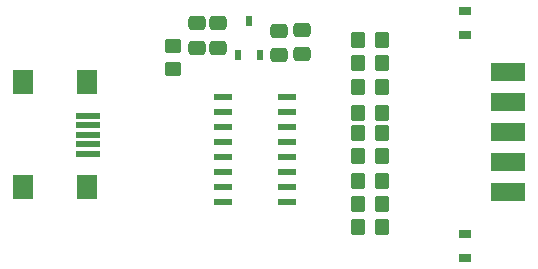
<source format=gbr>
%TF.GenerationSoftware,KiCad,Pcbnew,9.0.6*%
%TF.CreationDate,2025-12-15T15:35:09+00:00*%
%TF.ProjectId,_2 Blaster,a3322042-6c61-4737-9465-722e6b696361,rev?*%
%TF.SameCoordinates,Original*%
%TF.FileFunction,Paste,Top*%
%TF.FilePolarity,Positive*%
%FSLAX46Y46*%
G04 Gerber Fmt 4.6, Leading zero omitted, Abs format (unit mm)*
G04 Created by KiCad (PCBNEW 9.0.6) date 2025-12-15 15:35:09*
%MOMM*%
%LPD*%
G01*
G04 APERTURE LIST*
G04 Aperture macros list*
%AMRoundRect*
0 Rectangle with rounded corners*
0 $1 Rounding radius*
0 $2 $3 $4 $5 $6 $7 $8 $9 X,Y pos of 4 corners*
0 Add a 4 corners polygon primitive as box body*
4,1,4,$2,$3,$4,$5,$6,$7,$8,$9,$2,$3,0*
0 Add four circle primitives for the rounded corners*
1,1,$1+$1,$2,$3*
1,1,$1+$1,$4,$5*
1,1,$1+$1,$6,$7*
1,1,$1+$1,$8,$9*
0 Add four rect primitives between the rounded corners*
20,1,$1+$1,$2,$3,$4,$5,0*
20,1,$1+$1,$4,$5,$6,$7,0*
20,1,$1+$1,$6,$7,$8,$9,0*
20,1,$1+$1,$8,$9,$2,$3,0*%
G04 Aperture macros list end*
%ADD10RoundRect,0.250000X0.475000X-0.337500X0.475000X0.337500X-0.475000X0.337500X-0.475000X-0.337500X0*%
%ADD11RoundRect,0.250000X-0.350000X-0.450000X0.350000X-0.450000X0.350000X0.450000X-0.350000X0.450000X0*%
%ADD12R,1.000000X0.800000*%
%ADD13R,3.000000X1.524000*%
%ADD14R,1.500000X0.600000*%
%ADD15RoundRect,0.250000X0.450000X-0.350000X0.450000X0.350000X-0.450000X0.350000X-0.450000X-0.350000X0*%
%ADD16RoundRect,0.250000X-0.475000X0.337500X-0.475000X-0.337500X0.475000X-0.337500X0.475000X0.337500X0*%
%ADD17R,0.600000X0.900000*%
%ADD18R,2.000000X0.500000*%
%ADD19R,1.700000X2.000000*%
G04 APERTURE END LIST*
D10*
%TO.C,C5*%
X114233325Y-88096000D03*
X114233325Y-86021000D03*
%TD*%
D11*
%TO.C,R6*%
X119000000Y-94789625D03*
X121000000Y-94789625D03*
%TD*%
%TO.C,R5*%
X119000000Y-93056075D03*
X121000000Y-93056075D03*
%TD*%
D12*
%TO.C,D1*%
X128069975Y-84410675D03*
X128069975Y-86410675D03*
%TD*%
D11*
%TO.C,R3*%
X119000000Y-86893400D03*
X121000000Y-86893400D03*
%TD*%
%TO.C,R9*%
X119000000Y-100764975D03*
X121000000Y-100764975D03*
%TD*%
D13*
%TO.C,JTAG1*%
X131667250Y-89601675D03*
X131667250Y-92141675D03*
X131667250Y-94681675D03*
X131667250Y-97221675D03*
X131667250Y-99761675D03*
%TD*%
D11*
%TO.C,R8*%
X119000000Y-98809175D03*
X121000000Y-98809175D03*
%TD*%
D14*
%TO.C,U2*%
X113000000Y-100618925D03*
X113000000Y-99348925D03*
X113000000Y-98078925D03*
X113000000Y-96808925D03*
X113000000Y-95538925D03*
X113000000Y-94268925D03*
X113000000Y-92998925D03*
X113000000Y-91728925D03*
X107600000Y-91728925D03*
X107600000Y-92998925D03*
X107600000Y-94268925D03*
X107600000Y-95538925D03*
X107600000Y-96808925D03*
X107600000Y-98078925D03*
X107600000Y-99348925D03*
X107600000Y-100618925D03*
%TD*%
D15*
%TO.C,FS1*%
X103311325Y-89347550D03*
X103311325Y-87347550D03*
%TD*%
D16*
%TO.C,C7*%
X107114975Y-85472450D03*
X107114975Y-87547450D03*
%TD*%
%TO.C,C1*%
X105333800Y-85437525D03*
X105333800Y-87512525D03*
%TD*%
D17*
%TO.C,U1*%
X108809075Y-88106250D03*
X110709075Y-88106250D03*
X109759075Y-85306250D03*
%TD*%
D18*
%TO.C,J2*%
X96177025Y-93297575D03*
X96177025Y-94097575D03*
X96177025Y-94897575D03*
X96177025Y-95697575D03*
X96177025Y-96497575D03*
D19*
X96077025Y-90447575D03*
X90627025Y-90447575D03*
X96077025Y-99347575D03*
X90627025Y-99347575D03*
%TD*%
D10*
%TO.C,C2*%
X112312450Y-88165850D03*
X112312450Y-86090850D03*
%TD*%
D11*
%TO.C,R11*%
X119000000Y-102711250D03*
X121000000Y-102711250D03*
%TD*%
%TO.C,R4*%
X119000000Y-90814525D03*
X121000000Y-90814525D03*
%TD*%
D12*
%TO.C,D2*%
X128038225Y-105320975D03*
X128038225Y-103320975D03*
%TD*%
D11*
%TO.C,R2*%
X119000000Y-88817450D03*
X121000000Y-88817450D03*
%TD*%
%TO.C,R7*%
X119000000Y-96685100D03*
X121000000Y-96685100D03*
%TD*%
M02*

</source>
